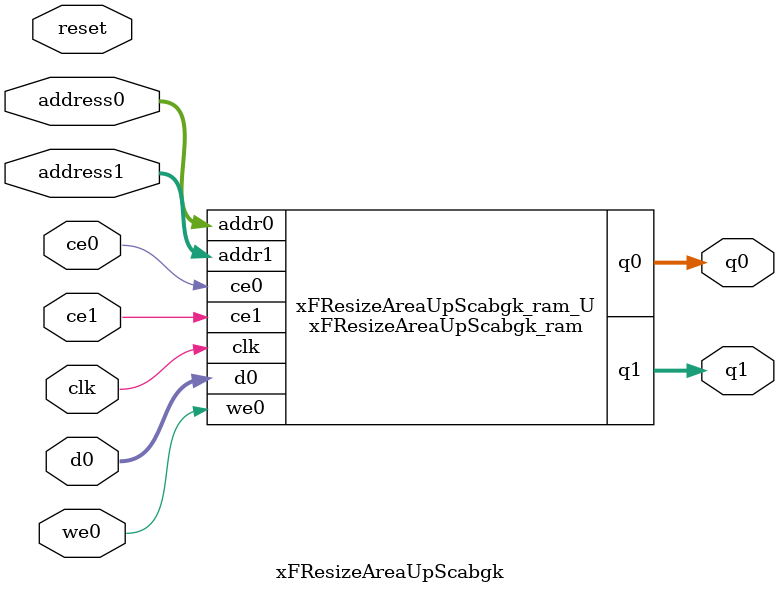
<source format=v>
`timescale 1 ns / 1 ps
module xFResizeAreaUpScabgk_ram (addr0, ce0, d0, we0, q0, addr1, ce1, q1,  clk);

parameter DWIDTH = 13;
parameter AWIDTH = 10;
parameter MEM_SIZE = 720;

input[AWIDTH-1:0] addr0;
input ce0;
input[DWIDTH-1:0] d0;
input we0;
output reg[DWIDTH-1:0] q0;
input[AWIDTH-1:0] addr1;
input ce1;
output reg[DWIDTH-1:0] q1;
input clk;

(* ram_style = "block" *)reg [DWIDTH-1:0] ram[0:MEM_SIZE-1];




always @(posedge clk)  
begin 
    if (ce0) begin
        if (we0) 
            ram[addr0] <= d0; 
        q0 <= ram[addr0];
    end
end


always @(posedge clk)  
begin 
    if (ce1) begin
        q1 <= ram[addr1];
    end
end


endmodule

`timescale 1 ns / 1 ps
module xFResizeAreaUpScabgk(
    reset,
    clk,
    address0,
    ce0,
    we0,
    d0,
    q0,
    address1,
    ce1,
    q1);

parameter DataWidth = 32'd13;
parameter AddressRange = 32'd720;
parameter AddressWidth = 32'd10;
input reset;
input clk;
input[AddressWidth - 1:0] address0;
input ce0;
input we0;
input[DataWidth - 1:0] d0;
output[DataWidth - 1:0] q0;
input[AddressWidth - 1:0] address1;
input ce1;
output[DataWidth - 1:0] q1;



xFResizeAreaUpScabgk_ram xFResizeAreaUpScabgk_ram_U(
    .clk( clk ),
    .addr0( address0 ),
    .ce0( ce0 ),
    .we0( we0 ),
    .d0( d0 ),
    .q0( q0 ),
    .addr1( address1 ),
    .ce1( ce1 ),
    .q1( q1 ));

endmodule


</source>
